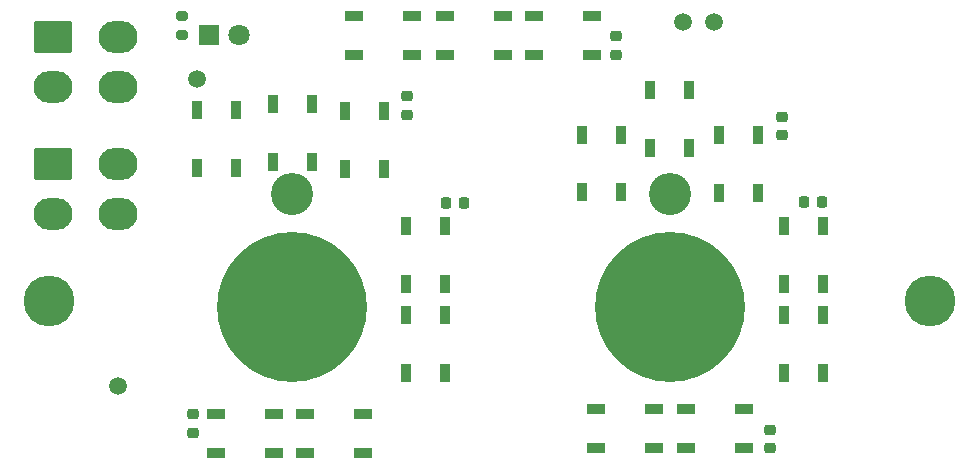
<source format=gbr>
%TF.GenerationSoftware,KiCad,Pcbnew,7.0.1*%
%TF.CreationDate,2023-04-10T12:22:30-08:00*%
%TF.ProjectId,ANT SEL PANEL,414e5420-5345-44c2-9050-414e454c2e6b,4*%
%TF.SameCoordinates,Original*%
%TF.FileFunction,Soldermask,Top*%
%TF.FilePolarity,Negative*%
%FSLAX46Y46*%
G04 Gerber Fmt 4.6, Leading zero omitted, Abs format (unit mm)*
G04 Created by KiCad (PCBNEW 7.0.1) date 2023-04-10 12:22:30*
%MOMM*%
%LPD*%
G01*
G04 APERTURE LIST*
G04 Aperture macros list*
%AMRoundRect*
0 Rectangle with rounded corners*
0 $1 Rounding radius*
0 $2 $3 $4 $5 $6 $7 $8 $9 X,Y pos of 4 corners*
0 Add a 4 corners polygon primitive as box body*
4,1,4,$2,$3,$4,$5,$6,$7,$8,$9,$2,$3,0*
0 Add four circle primitives for the rounded corners*
1,1,$1+$1,$2,$3*
1,1,$1+$1,$4,$5*
1,1,$1+$1,$6,$7*
1,1,$1+$1,$8,$9*
0 Add four rect primitives between the rounded corners*
20,1,$1+$1,$2,$3,$4,$5,0*
20,1,$1+$1,$4,$5,$6,$7,0*
20,1,$1+$1,$6,$7,$8,$9,0*
20,1,$1+$1,$8,$9,$2,$3,0*%
G04 Aperture macros list end*
%ADD10C,1.500000*%
%ADD11R,1.800000X1.800000*%
%ADD12C,1.800000*%
%ADD13C,3.572000*%
%ADD14C,12.700000*%
%ADD15RoundRect,0.225000X-0.250000X0.225000X-0.250000X-0.225000X0.250000X-0.225000X0.250000X0.225000X0*%
%ADD16R,1.500000X0.900000*%
%ADD17R,0.900000X1.500000*%
%ADD18RoundRect,0.200000X-0.275000X0.200000X-0.275000X-0.200000X0.275000X-0.200000X0.275000X0.200000X0*%
%ADD19RoundRect,0.225000X0.225000X0.250000X-0.225000X0.250000X-0.225000X-0.250000X0.225000X-0.250000X0*%
%ADD20RoundRect,0.225000X-0.225000X-0.250000X0.225000X-0.250000X0.225000X0.250000X-0.225000X0.250000X0*%
%ADD21O,3.300000X2.700000*%
%ADD22RoundRect,0.250001X-1.399999X1.099999X-1.399999X-1.099999X1.399999X-1.099999X1.399999X1.099999X0*%
%ADD23C,4.300000*%
G04 APERTURE END LIST*
D10*
%TO.C,TP4*%
X87900000Y-71450000D03*
%TD*%
%TO.C,TP3*%
X138400000Y-40700000D03*
%TD*%
%TO.C,TP2*%
X94650000Y-45500000D03*
%TD*%
%TO.C,TP1*%
X135750000Y-40700000D03*
%TD*%
D11*
%TO.C,D1*%
X95625000Y-41750000D03*
D12*
X98165000Y-41750000D03*
%TD*%
D13*
%TO.C,H3*%
X102698070Y-55238673D03*
D14*
X102698070Y-64763673D03*
%TD*%
D13*
%TO.C,H4*%
X134702070Y-55238673D03*
D14*
X134702070Y-64763673D03*
%TD*%
D15*
%TO.C,C4*%
X144150000Y-50250000D03*
X144150000Y-48700000D03*
%TD*%
%TO.C,C2*%
X130050000Y-41875000D03*
X130050000Y-43425000D03*
%TD*%
D16*
%TO.C,D2*%
X107950000Y-40150000D03*
X107950000Y-43450000D03*
X112850000Y-43450000D03*
X112850000Y-40150000D03*
%TD*%
%TO.C,D3*%
X115600000Y-40150000D03*
X115600000Y-43450000D03*
X120500000Y-43450000D03*
X120500000Y-40150000D03*
%TD*%
%TO.C,D4*%
X123150000Y-40150000D03*
X123150000Y-43450000D03*
X128050000Y-43450000D03*
X128050000Y-40150000D03*
%TD*%
D17*
%TO.C,D6*%
X101042200Y-47600000D03*
X104342200Y-47600000D03*
X104342200Y-52500000D03*
X101042200Y-52500000D03*
%TD*%
%TO.C,D7*%
X107189200Y-48200000D03*
X110489200Y-48200000D03*
X110489200Y-53100000D03*
X107189200Y-53100000D03*
%TD*%
%TO.C,D8*%
X127175000Y-50200000D03*
X130475000Y-50200000D03*
X130475000Y-55100000D03*
X127175000Y-55100000D03*
%TD*%
%TO.C,D9*%
X133000000Y-46450000D03*
X136300000Y-46450000D03*
X136300000Y-51350000D03*
X133000000Y-51350000D03*
%TD*%
%TO.C,D10*%
X138850000Y-50225000D03*
X142150000Y-50225000D03*
X142150000Y-55125000D03*
X138850000Y-55125000D03*
%TD*%
D16*
%TO.C,D18*%
X96200000Y-73903500D03*
X96200000Y-77203500D03*
X101100000Y-77203500D03*
X101100000Y-73903500D03*
%TD*%
%TO.C,D17*%
X103750000Y-73900000D03*
X103750000Y-77200000D03*
X108650000Y-77200000D03*
X108650000Y-73900000D03*
%TD*%
%TO.C,D14*%
X133300000Y-73457600D03*
X133300000Y-76757600D03*
X128400000Y-76757600D03*
X128400000Y-73457600D03*
%TD*%
%TO.C,D13*%
X136050000Y-73457600D03*
X136050000Y-76757600D03*
X140950000Y-76757600D03*
X140950000Y-73457600D03*
%TD*%
D18*
%TO.C,R1*%
X93327220Y-40125000D03*
X93327220Y-41775000D03*
%TD*%
D15*
%TO.C,C3*%
X112400000Y-48525000D03*
X112400000Y-46975000D03*
%TD*%
%TO.C,C6*%
X143100000Y-75225000D03*
X143100000Y-76775000D03*
%TD*%
%TO.C,C8*%
X94314020Y-73882500D03*
X94314020Y-75432500D03*
%TD*%
D17*
%TO.C,D12*%
X144350000Y-70400000D03*
X147650000Y-70400000D03*
X147650000Y-65500000D03*
X144350000Y-65500000D03*
%TD*%
%TO.C,D5*%
X94600000Y-48100000D03*
X97900000Y-48100000D03*
X97900000Y-53000000D03*
X94600000Y-53000000D03*
%TD*%
D19*
%TO.C,C7*%
X115675000Y-56025000D03*
X117225000Y-56025000D03*
%TD*%
D17*
%TO.C,D16*%
X112350000Y-65500000D03*
X115650000Y-65500000D03*
X115650000Y-70400000D03*
X112350000Y-70400000D03*
%TD*%
%TO.C,D11*%
X144350000Y-57950000D03*
X147650000Y-57950000D03*
X147650000Y-62850000D03*
X144350000Y-62850000D03*
%TD*%
D20*
%TO.C,C5*%
X147575000Y-55900000D03*
X146025000Y-55900000D03*
%TD*%
D17*
%TO.C,D15*%
X112350000Y-57950000D03*
X115650000Y-57950000D03*
X115650000Y-62850000D03*
X112350000Y-62850000D03*
%TD*%
D21*
%TO.C,J1*%
X87905220Y-46137940D03*
X87905220Y-41937940D03*
X82405220Y-46137940D03*
D22*
X82405220Y-41937940D03*
%TD*%
D21*
%TO.C,J2*%
X87930620Y-56889760D03*
X87930620Y-52689760D03*
X82430620Y-56889760D03*
D22*
X82430620Y-52689760D03*
%TD*%
D23*
%TO.C,H1*%
X82060570Y-64255673D03*
%TD*%
%TO.C,H2*%
X156673070Y-64255673D03*
%TD*%
M02*

</source>
